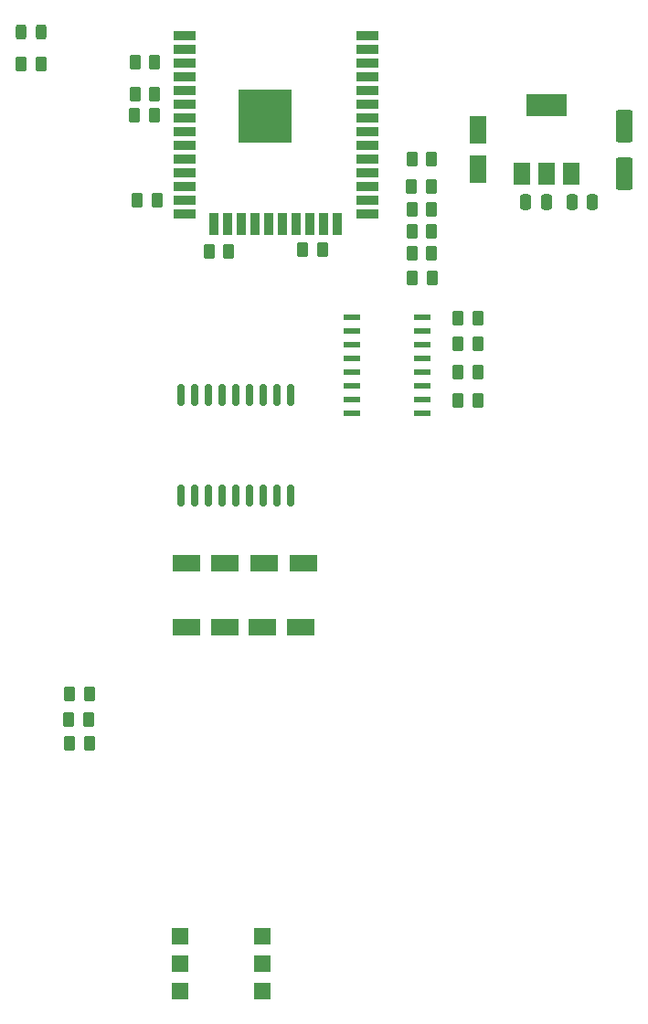
<source format=gbr>
%TF.GenerationSoftware,KiCad,Pcbnew,7.99.0-unknown-e60837ec95~170~ubuntu22.04.1*%
%TF.CreationDate,2023-03-16T09:30:39+01:00*%
%TF.ProjectId,int_out,696e745f-6f75-4742-9e6b-696361645f70,rev?*%
%TF.SameCoordinates,Original*%
%TF.FileFunction,Paste,Top*%
%TF.FilePolarity,Positive*%
%FSLAX46Y46*%
G04 Gerber Fmt 4.6, Leading zero omitted, Abs format (unit mm)*
G04 Created by KiCad (PCBNEW 7.99.0-unknown-e60837ec95~170~ubuntu22.04.1) date 2023-03-16 09:30:39*
%MOMM*%
%LPD*%
G01*
G04 APERTURE LIST*
G04 Aperture macros list*
%AMRoundRect*
0 Rectangle with rounded corners*
0 $1 Rounding radius*
0 $2 $3 $4 $5 $6 $7 $8 $9 X,Y pos of 4 corners*
0 Add a 4 corners polygon primitive as box body*
4,1,4,$2,$3,$4,$5,$6,$7,$8,$9,$2,$3,0*
0 Add four circle primitives for the rounded corners*
1,1,$1+$1,$2,$3*
1,1,$1+$1,$4,$5*
1,1,$1+$1,$6,$7*
1,1,$1+$1,$8,$9*
0 Add four rect primitives between the rounded corners*
20,1,$1+$1,$2,$3,$4,$5,0*
20,1,$1+$1,$4,$5,$6,$7,0*
20,1,$1+$1,$6,$7,$8,$9,0*
20,1,$1+$1,$8,$9,$2,$3,0*%
G04 Aperture macros list end*
%ADD10RoundRect,0.250000X-0.262500X-0.450000X0.262500X-0.450000X0.262500X0.450000X-0.262500X0.450000X0*%
%ADD11RoundRect,0.250000X1.050000X0.550000X-1.050000X0.550000X-1.050000X-0.550000X1.050000X-0.550000X0*%
%ADD12RoundRect,0.250000X0.250000X0.475000X-0.250000X0.475000X-0.250000X-0.475000X0.250000X-0.475000X0*%
%ADD13R,1.500000X2.000000*%
%ADD14R,3.800000X2.000000*%
%ADD15RoundRect,0.243750X-0.243750X-0.456250X0.243750X-0.456250X0.243750X0.456250X-0.243750X0.456250X0*%
%ADD16RoundRect,0.250000X0.262500X0.450000X-0.262500X0.450000X-0.262500X-0.450000X0.262500X-0.450000X0*%
%ADD17RoundRect,0.150000X-0.150000X0.875000X-0.150000X-0.875000X0.150000X-0.875000X0.150000X0.875000X0*%
%ADD18RoundRect,0.250000X0.550000X-1.250000X0.550000X1.250000X-0.550000X1.250000X-0.550000X-1.250000X0*%
%ADD19RoundRect,0.250000X-0.550000X1.050000X-0.550000X-1.050000X0.550000X-1.050000X0.550000X1.050000X0*%
%ADD20R,1.600000X1.600000*%
%ADD21RoundRect,0.250000X-0.250000X-0.475000X0.250000X-0.475000X0.250000X0.475000X-0.250000X0.475000X0*%
%ADD22RoundRect,0.137500X0.662500X0.137500X-0.662500X0.137500X-0.662500X-0.137500X0.662500X-0.137500X0*%
%ADD23R,2.000000X0.900000*%
%ADD24R,0.900000X2.000000*%
%ADD25R,5.000000X5.000000*%
G04 APERTURE END LIST*
D10*
%TO.C,R13*%
X131675000Y-58900000D03*
X133500000Y-58900000D03*
%TD*%
D11*
%TO.C,C2*%
X114400000Y-97600000D03*
X110800000Y-97600000D03*
%TD*%
D12*
%TO.C,C6*%
X144145000Y-58293000D03*
X142245000Y-58293000D03*
%TD*%
D13*
%TO.C,U5*%
X141845000Y-55601000D03*
X144145000Y-55601000D03*
D14*
X144145000Y-49301000D03*
D13*
X146445000Y-55601000D03*
%TD*%
D15*
%TO.C,D1*%
X95475000Y-42500000D03*
X97350000Y-42500000D03*
%TD*%
D16*
%TO.C,R15*%
X114712500Y-62800000D03*
X112887500Y-62800000D03*
%TD*%
D11*
%TO.C,C3*%
X121600000Y-91694000D03*
X118000000Y-91694000D03*
%TD*%
D10*
%TO.C,R11*%
X106237500Y-58050000D03*
X108062500Y-58050000D03*
%TD*%
%TO.C,R20*%
X95475000Y-45450000D03*
X97300000Y-45450000D03*
%TD*%
%TO.C,R24*%
X135975000Y-71400000D03*
X137800000Y-71400000D03*
%TD*%
D17*
%TO.C,U7*%
X120480000Y-76150000D03*
X119210000Y-76150000D03*
X117940000Y-76150000D03*
X116670000Y-76150000D03*
X115400000Y-76150000D03*
X114130000Y-76150000D03*
X112860000Y-76150000D03*
X111590000Y-76150000D03*
X110320000Y-76150000D03*
X110320000Y-85450000D03*
X111590000Y-85450000D03*
X112860000Y-85450000D03*
X114130000Y-85450000D03*
X115400000Y-85450000D03*
X116670000Y-85450000D03*
X117940000Y-85450000D03*
X119210000Y-85450000D03*
X120480000Y-85450000D03*
%TD*%
D16*
%TO.C,R7*%
X101712500Y-106200000D03*
X99887500Y-106200000D03*
%TD*%
D11*
%TO.C,C1*%
X121400000Y-97600000D03*
X117800000Y-97600000D03*
%TD*%
D16*
%TO.C,R8*%
X101825000Y-103850000D03*
X100000000Y-103850000D03*
%TD*%
D18*
%TO.C,C9*%
X151384000Y-55626000D03*
X151384000Y-51226000D03*
%TD*%
D10*
%TO.C,R19*%
X106037500Y-45275000D03*
X107862500Y-45275000D03*
%TD*%
D16*
%TO.C,R17*%
X133487500Y-56825000D03*
X131662500Y-56825000D03*
%TD*%
%TO.C,R18*%
X133500000Y-63000000D03*
X131675000Y-63000000D03*
%TD*%
D19*
%TO.C,C5*%
X137800000Y-51600000D03*
X137800000Y-55200000D03*
%TD*%
D10*
%TO.C,R14*%
X131700000Y-54250000D03*
X133525000Y-54250000D03*
%TD*%
D16*
%TO.C,R30*%
X107850000Y-48275000D03*
X106025000Y-48275000D03*
%TD*%
D20*
%TO.C,U1*%
X110236000Y-126238000D03*
X110236000Y-128778000D03*
X110236000Y-131318000D03*
X117856000Y-131318000D03*
X117856000Y-128778000D03*
X117856000Y-126238000D03*
%TD*%
D21*
%TO.C,C7*%
X146497000Y-58293000D03*
X148397000Y-58293000D03*
%TD*%
D10*
%TO.C,R23*%
X135975000Y-74000000D03*
X137800000Y-74000000D03*
%TD*%
D22*
%TO.C,U6*%
X132650000Y-77845000D03*
X132650000Y-76575000D03*
X132650000Y-75305000D03*
X132650000Y-74035000D03*
X132650000Y-72765000D03*
X132650000Y-71495000D03*
X132650000Y-70225000D03*
X132650000Y-68955000D03*
X126150000Y-68955000D03*
X126150000Y-70225000D03*
X126150000Y-71495000D03*
X126150000Y-72765000D03*
X126150000Y-74035000D03*
X126150000Y-75305000D03*
X126150000Y-76575000D03*
X126150000Y-77845000D03*
%TD*%
D10*
%TO.C,R22*%
X131712500Y-65300000D03*
X133537500Y-65300000D03*
%TD*%
%TO.C,R21*%
X135975000Y-76600000D03*
X137800000Y-76600000D03*
%TD*%
D16*
%TO.C,R6*%
X107837500Y-50250000D03*
X106012500Y-50250000D03*
%TD*%
D10*
%TO.C,R12*%
X131700000Y-61000000D03*
X133525000Y-61000000D03*
%TD*%
%TO.C,R25*%
X135975000Y-69000000D03*
X137800000Y-69000000D03*
%TD*%
D11*
%TO.C,C4*%
X114400000Y-91694000D03*
X110800000Y-91694000D03*
%TD*%
D23*
%TO.C,U4*%
X110600000Y-42820000D03*
X110600000Y-44090000D03*
X110600000Y-45360000D03*
X110600000Y-46630000D03*
X110600000Y-47900000D03*
X110600000Y-49170000D03*
X110600000Y-50440000D03*
X110600000Y-51710000D03*
X110600000Y-52980000D03*
X110600000Y-54250000D03*
X110600000Y-55520000D03*
X110600000Y-56790000D03*
X110600000Y-58060000D03*
X110600000Y-59330000D03*
D24*
X113385000Y-60330000D03*
X114655000Y-60330000D03*
X115925000Y-60330000D03*
X117195000Y-60330000D03*
X118465000Y-60330000D03*
X119735000Y-60330000D03*
X121005000Y-60330000D03*
X122275000Y-60330000D03*
X123545000Y-60330000D03*
X124815000Y-60330000D03*
D23*
X127600000Y-59330000D03*
X127600000Y-58060000D03*
X127600000Y-56790000D03*
X127600000Y-55520000D03*
X127600000Y-54250000D03*
X127600000Y-52980000D03*
X127600000Y-51710000D03*
X127600000Y-50440000D03*
X127600000Y-49170000D03*
X127600000Y-47900000D03*
X127600000Y-46630000D03*
X127600000Y-45360000D03*
X127600000Y-44090000D03*
X127600000Y-42820000D03*
D25*
X118100000Y-50320000D03*
%TD*%
D16*
%TO.C,R4*%
X101800000Y-108400000D03*
X99975000Y-108400000D03*
%TD*%
D10*
%TO.C,R16*%
X121587500Y-62700000D03*
X123412500Y-62700000D03*
%TD*%
M02*

</source>
